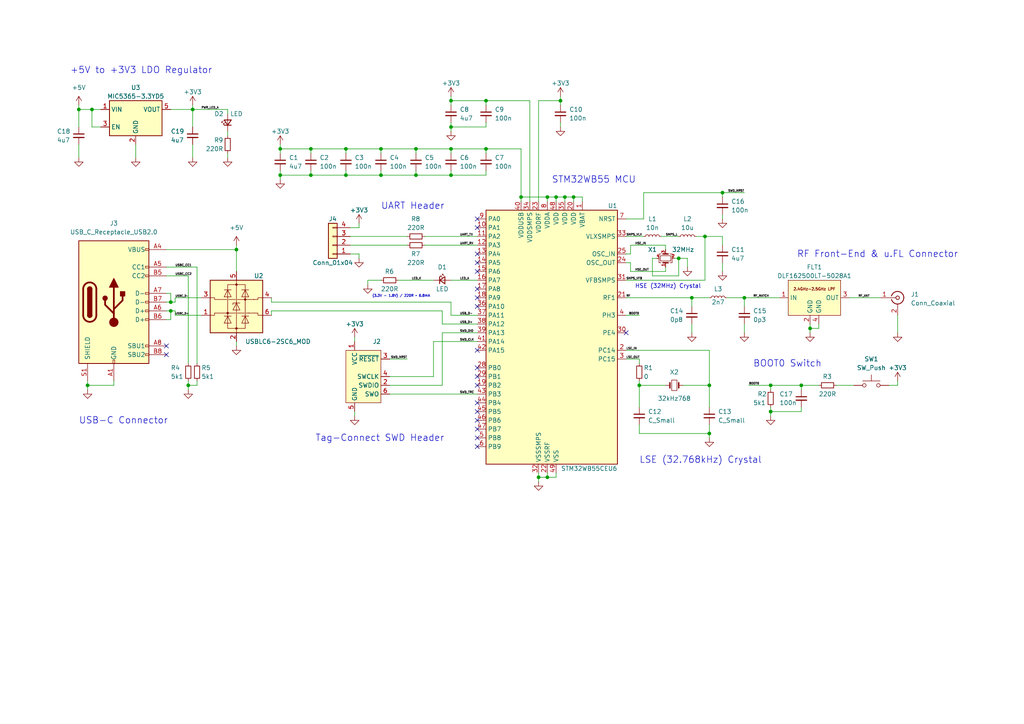
<source format=kicad_sch>
(kicad_sch (version 20230121) (generator eeschema)
  (paper "A4")
  (lib_symbols
    (symbol "Connector:Conn_ARM_SWD_TagConnect_TC2030" (in_bom no)
      (property "Reference" "J" (at 2.54 11.43 0))
      (property "Value" "Conn_ARM_SWD_TagConnect_TC2030" (at 5.08 8.89 0))
      (symbol "Conn_ARM_SWD_TagConnect_TC2030_0_0"
        (pin power_in line (at -2.54 10.16 270) (length 2.54) (name "VCC") (number "1"))
        (pin bidirectional line (at 7.62 -2.54 180) (length 2.54) (name "SWDIO") (number "2"))
        (pin open_collector line (at 7.62 5.08 180) (length 2.54) (name "~{RESET}") (number "3"))
        (pin output line (at 7.62 0 180) (length 2.54) (name "SWCLK") (number "4"))
        (pin power_in line (at -2.54 -10.16 90) (length 2.54) (name "GND") (number "5"))
        (pin input line (at 7.62 -5.08 180) (length 2.54) (name "SWO") (number "6"))
      )
      (symbol "Conn_ARM_SWD_TagConnect_TC2030_0_1"
        (rectangle (start -5.08 7.62) (end 5.08 -7.62) (fill (type background)))
      )
    )
    (symbol "Connector:Conn_Coaxial" (pin_names (offset 1.016) hide)
      (property "Reference" "J" (at 0.254 3.048 0))
      (property "Value" "Conn_Coaxial" (at 2.921 0 90))
      (symbol "Conn_Coaxial_0_1"
        (arc (start -1.778 -0.508) (mid 0.2311 -1.8066) (end 1.778 0) (stroke (width 0.254)))
        (polyline (pts (xy -2.54 0) (xy -0.508 0)))
        (polyline (pts (xy 0 -2.54) (xy 0 -1.778)))
        (circle (center 0 0) (radius 0.508) (stroke (width 0.2032)))
        (arc (start 1.778 0) (mid 0.2099 1.8101) (end -1.778 0.508) (stroke (width 0.254)))
      )
      (symbol "Conn_Coaxial_1_1"
        (pin passive line (at -5.08 0 0) (length 2.54) (name "In") (number "1"))
        (pin passive line (at 0 -5.08 90) (length 2.54) (name "Ext") (number "2"))
      )
    )
    (symbol "Connector:USB_C_Receptacle_USB2.0" (pin_names (offset 1.016))
      (property "Reference" "J" (at -10.16 19.05 0))
      (property "Value" "USB_C_Receptacle_USB2.0" (at 19.05 19.05 0))
      (symbol "USB_C_Receptacle_USB2.0_0_0"
        (rectangle (start -0.254 -17.78) (end 0.254 -16.764))
        (rectangle (start 10.16 -14.986) (end 9.144 -15.494))
        (rectangle (start 10.16 -12.446) (end 9.144 -12.954))
        (rectangle (start 10.16 -4.826) (end 9.144 -5.334))
        (rectangle (start 10.16 -2.286) (end 9.144 -2.794))
        (rectangle (start 10.16 0.254) (end 9.144 -0.254))
        (rectangle (start 10.16 2.794) (end 9.144 2.286))
        (rectangle (start 10.16 7.874) (end 9.144 7.366))
        (rectangle (start 10.16 10.414) (end 9.144 9.906))
        (rectangle (start 10.16 15.494) (end 9.144 14.986))
      )
      (symbol "USB_C_Receptacle_USB2.0_0_1"
        (rectangle (start -10.16 17.78) (end 10.16 -17.78) (stroke (width 0.254)) (fill (type background)))
        (arc (start -8.89 -3.81) (mid -6.985 -5.7067) (end -5.08 -3.81) (stroke (width 0.508)))
        (arc (start -7.62 -3.81) (mid -6.985 -4.4423) (end -6.35 -3.81) (stroke (width 0.254)))
        (arc (start -7.62 -3.81) (mid -6.985 -4.4423) (end -6.35 -3.81) (stroke (width 0.254)) (fill (type outline)))
        (rectangle (start -7.62 -3.81) (end -6.35 3.81) (stroke (width 0.254)) (fill (type outline)))
        (arc (start -6.35 3.81) (mid -6.985 4.4423) (end -7.62 3.81) (stroke (width 0.254)))
        (arc (start -6.35 3.81) (mid -6.985 4.4423) (end -7.62 3.81) (stroke (width 0.254)) (fill (type outline)))
        (arc (start -5.08 3.81) (mid -6.985 5.7067) (end -8.89 3.81) (stroke (width 0.508)))
        (circle (center -2.54 1.143) (radius 0.635) (stroke (width 0.254)) (fill (type outline)))
        (circle (center 0 -5.842) (radius 1.27) (fill (type outline)))
        (polyline (pts (xy -8.89 -3.81) (xy -8.89 3.81)) (stroke (width 0.508)))
        (polyline (pts (xy -5.08 3.81) (xy -5.08 -3.81)) (stroke (width 0.508)))
        (polyline (pts (xy 0 -5.842) (xy 0 4.318)) (stroke (width 0.508)))
        (polyline (pts (xy 0 -3.302) (xy -2.54 -0.762) (xy -2.54 0.508)) (stroke (width 0.508)))
        (polyline (pts (xy 0 -2.032) (xy 2.54 0.508) (xy 2.54 1.778)) (stroke (width 0.508)))
        (polyline (pts (xy -1.27 4.318) (xy 0 6.858) (xy 1.27 4.318) (xy -1.27 4.318)) (stroke (width 0.254)) (fill (type outline)))
        (rectangle (start 1.905 1.778) (end 3.175 3.048) (stroke (width 0.254)) (fill (type outline)))
      )
      (symbol "USB_C_Receptacle_USB2.0_1_1"
        (pin passive line (at 0 -22.86 90) (length 5.08) (name "GND") (number "A1"))
        (pin passive line (at 0 -22.86 90) (length 5.08) hide (name "GND") (number "A12"))
        (pin passive line (at 15.24 15.24 180) (length 5.08) (name "VBUS") (number "A4"))
        (pin bidirectional line (at 15.24 10.16 180) (length 5.08) (name "CC1") (number "A5"))
        (pin bidirectional line (at 15.24 -2.54 180) (length 5.08) (name "D+") (number "A6"))
        (pin bidirectional line (at 15.24 2.54 180) (length 5.08) (name "D-") (number "A7"))
        (pin bidirectional line (at 15.24 -12.7 180) (length 5.08) (name "SBU1") (number "A8"))
        (pin passive line (at 15.24 15.24 180) (length 5.08) hide (name "VBUS") (number "A9"))
        (pin passive line (at 0 -22.86 90) (length 5.08) hide (name "GND") (number "B1"))
        (pin passive line (at 0 -22.86 90) (length 5.08) hide (name "GND") (number "B12"))
        (pin passive line (at 15.24 15.24 180) (length 5.08) hide (name "VBUS") (number "B4"))
        (pin bidirectional line (at 15.24 7.62 180) (length 5.08) (name "CC2") (number "B5"))
        (pin bidirectional line (at 15.24 -5.08 180) (length 5.08) (name "D+") (number "B6"))
        (pin bidirectional line (at 15.24 0 180) (length 5.08) (name "D-") (number "B7"))
        (pin bidirectional line (at 15.24 -15.24 180) (length 5.08) (name "SBU2") (number "B8"))
        (pin passive line (at 15.24 15.24 180) (length 5.08) hide (name "VBUS") (number "B9"))
        (pin passive line (at -7.62 -22.86 90) (length 5.08) (name "SHIELD") (number "S1"))
      )
    )
    (symbol "Connector_Generic:Conn_01x04" (pin_names (offset 1.016) hide)
      (property "Reference" "J" (at 0 5.08 0))
      (property "Value" "Conn_01x04" (at 0 -7.62 0))
      (symbol "Conn_01x04_1_1"
        (rectangle (start -1.27 -4.953) (end 0 -5.207) (stroke (width 0.1524)))
        (rectangle (start -1.27 -2.413) (end 0 -2.667) (stroke (width 0.1524)))
        (rectangle (start -1.27 0.127) (end 0 -0.127) (stroke (width 0.1524)))
        (rectangle (start -1.27 2.667) (end 0 2.413) (stroke (width 0.1524)))
        (rectangle (start -1.27 3.81) (end 1.27 -6.35) (stroke (width 0.254)) (fill (type background)))
        (pin passive line (at -5.08 2.54 0) (length 3.81) (name "Pin_1") (number "1"))
        (pin passive line (at -5.08 0 0) (length 3.81) (name "Pin_2") (number "2"))
        (pin passive line (at -5.08 -2.54 0) (length 3.81) (name "Pin_3") (number "3"))
        (pin passive line (at -5.08 -5.08 0) (length 3.81) (name "Pin_4") (number "4"))
      )
    )
    (symbol "Device:C_Small" (pin_numbers hide) (pin_names (offset 0.254) hide)
      (property "Reference" "C" (at 0.254 1.778 0))
      (property "Value" "C_Small" (at 0.254 -2.032 0))
      (symbol "C_Small_0_1"
        (polyline (pts (xy -1.524 -0.508) (xy 1.524 -0.508)) (stroke (width 0.3302)))
        (polyline (pts (xy -1.524 0.508) (xy 1.524 0.508)) (stroke (width 0.3048)))
      )
      (symbol "C_Small_1_1"
        (pin passive line (at 0 2.54 270) (length 2.032) (name "~") (number "1"))
        (pin passive line (at 0 -2.54 90) (length 2.032) (name "~") (number "2"))
      )
    )
    (symbol "Device:Crystal_GND24_Small" (pin_names (offset 1.016) hide)
      (property "Reference" "Y" (at 1.27 4.445 0))
      (property "Value" "Crystal_GND24_Small" (at 1.27 2.54 0))
      (symbol "Crystal_GND24_Small_0_1"
        (rectangle (start -0.762 -1.524) (end 0.762 1.524))
        (polyline (pts (xy -1.27 -0.762) (xy -1.27 0.762)) (stroke (width 0.381)))
        (polyline (pts (xy 1.27 -0.762) (xy 1.27 0.762)) (stroke (width 0.381)))
        (polyline (pts (xy -1.27 -1.27) (xy -1.27 -1.905) (xy 1.27 -1.905) (xy 1.27 -1.27)))
        (polyline (pts (xy -1.27 1.27) (xy -1.27 1.905) (xy 1.27 1.905) (xy 1.27 1.27)))
      )
      (symbol "Crystal_GND24_Small_1_1"
        (pin passive line (at -2.54 0 0) (length 1.27) (name "1") (number "1"))
        (pin passive line (at 0 -2.54 90) (length 0.635) (name "2") (number "2"))
        (pin passive line (at 2.54 0 180) (length 1.27) (name "3") (number "3"))
        (pin passive line (at 0 2.54 270) (length 0.635) (name "4") (number "4"))
      )
    )
    (symbol "Device:Crystal_Small" (pin_numbers hide) (pin_names (offset 1.016) hide)
      (property "Reference" "Y" (at 0 2.54 0))
      (property "Value" "Crystal_Small" (at 0 -2.54 0))
      (symbol "Crystal_Small_0_1"
        (rectangle (start -0.762 -1.524) (end 0.762 1.524))
        (polyline (pts (xy -1.27 -0.762) (xy -1.27 0.762)) (stroke (width 0.381)))
        (polyline (pts (xy 1.27 -0.762) (xy 1.27 0.762)) (stroke (width 0.381)))
      )
      (symbol "Crystal_Small_1_1"
        (pin passive line (at -2.54 0 0) (length 1.27) (name "1") (number "1"))
        (pin passive line (at 2.54 0 180) (length 1.27) (name "2") (number "2"))
      )
    )
    (symbol "Device:LED_Small" (pin_numbers hide) (pin_names (offset 0.254) hide)
      (property "Reference" "D" (at -1.27 3.175 0))
      (property "Value" "LED_Small" (at -4.445 -2.54 0))
      (symbol "LED_Small_0_1"
        (polyline (pts (xy -0.762 -1.016) (xy -0.762 1.016)) (stroke (width 0.254)))
        (polyline (pts (xy 1.016 0) (xy -0.762 0)))
        (polyline (pts (xy 0.762 -1.016) (xy -0.762 0) (xy 0.762 1.016) (xy 0.762 -1.016)) (stroke (width 0.254)))
        (polyline (pts (xy 0 0.762) (xy -0.508 1.27) (xy -0.254 1.27) (xy -0.508 1.27) (xy -0.508 1.016)))
        (polyline (pts (xy 0.508 1.27) (xy 0 1.778) (xy 0.254 1.778) (xy 0 1.778) (xy 0 1.524)))
      )
      (symbol "LED_Small_1_1"
        (pin passive line (at -2.54 0 0) (length 1.778) (name "K") (number "1"))
        (pin passive line (at 2.54 0 180) (length 1.778) (name "A") (number "2"))
      )
    )
    (symbol "Device:L_Small" (pin_numbers hide) (pin_names (offset 0.254) hide)
      (property "Reference" "L" (at 0.762 1.016 0))
      (property "Value" "L_Small" (at 0.762 -1.016 0))
      (symbol "L_Small_0_1"
        (arc (start 0 -2.032) (mid 0.5058 -1.524) (end 0 -1.016))
        (arc (start 0 -1.016) (mid 0.5058 -0.508) (end 0 0))
        (arc (start 0 0) (mid 0.5058 0.508) (end 0 1.016))
        (arc (start 0 1.016) (mid 0.5058 1.524) (end 0 2.032))
      )
      (symbol "L_Small_1_1"
        (pin passive line (at 0 2.54 270) (length 0.508) (name "~") (number "1"))
        (pin passive line (at 0 -2.54 90) (length 0.508) (name "~") (number "2"))
      )
    )
    (symbol "Device:R_Small" (pin_numbers hide) (pin_names (offset 0.254) hide)
      (property "Reference" "R" (at 0.762 0.508 0))
      (property "Value" "R_Small" (at 0.762 -1.016 0))
      (symbol "R_Small_0_1"
        (rectangle (start -0.762 1.778) (end 0.762 -1.778) (stroke (width 0.2032)))
      )
      (symbol "R_Small_1_1"
        (pin passive line (at 0 2.54 270) (length 0.762) (name "~") (number "1"))
        (pin passive line (at 0 -2.54 90) (length 0.762) (name "~") (number "2"))
      )
    )
    (symbol "MCU_ST_STM32WB:STM32WB55CEUx"
      (property "Reference" "U" (at -17.78 39.37 0))
      (property "Value" "STM32WB55CEUx" (at 12.7 39.37 0))
      (symbol "STM32WB55CEUx_0_1"
        (rectangle (start -17.78 -35.56) (end 20.32 38.1) (stroke (width 0.254)) (fill (type background)))
      )
      (symbol "STM32WB55CEUx_1_1"
        (pin power_in line (at -7.62 40.64 270) (length 2.54) (name "VBAT") (number "1"))
        (pin bidirectional line (at 22.86 33.02 180) (length 2.54) (name "PA1") (number "10"))
        (pin bidirectional line (at 22.86 30.48 180) (length 2.54) (name "PA2") (number "11"))
        (pin bidirectional line (at 22.86 27.94 180) (length 2.54) (name "PA3") (number "12"))
        (pin bidirectional line (at 22.86 25.4 180) (length 2.54) (name "PA4") (number "13"))
        (pin bidirectional line (at 22.86 22.86 180) (length 2.54) (name "PA5") (number "14"))
        (pin bidirectional line (at 22.86 20.32 180) (length 2.54) (name "PA6") (number "15"))
        (pin bidirectional line (at 22.86 17.78 180) (length 2.54) (name "PA7") (number "16"))
        (pin bidirectional line (at 22.86 15.24 180) (length 2.54) (name "PA8") (number "17"))
        (pin bidirectional line (at 22.86 12.7 180) (length 2.54) (name "PA9") (number "18"))
        (pin bidirectional line (at 22.86 -12.7 180) (length 2.54) (name "PB2") (number "19"))
        (pin bidirectional line (at -20.32 -2.54 0) (length 2.54) (name "PC14") (number "2"))
        (pin power_in line (at -5.08 40.64 270) (length 2.54) (name "VDD") (number "20"))
        (pin bidirectional line (at -20.32 12.7 0) (length 2.54) (name "RF1") (number "21"))
        (pin power_in line (at 2.54 -38.1 90) (length 2.54) (name "VSSRF") (number "22"))
        (pin power_in line (at 5.08 40.64 270) (length 2.54) (name "VDDRF") (number "23"))
        (pin input line (at -20.32 22.86 0) (length 2.54) (name "OSC_OUT") (number "24"))
        (pin input line (at -20.32 25.4 0) (length 2.54) (name "OSC_IN") (number "25"))
        (pin no_connect line (at -17.78 -35.56 0) (length 2.54) hide (name "AT0") (number "26"))
        (pin no_connect line (at -17.78 -33.02 0) (length 2.54) hide (name "AT1") (number "27"))
        (pin bidirectional line (at 22.86 -7.62 180) (length 2.54) (name "PB0") (number "28"))
        (pin bidirectional line (at 22.86 -10.16 180) (length 2.54) (name "PB1") (number "29"))
        (pin bidirectional line (at -20.32 -5.08 0) (length 2.54) (name "PC15") (number "3"))
        (pin bidirectional line (at -20.32 2.54 0) (length 2.54) (name "PE4") (number "30"))
        (pin input line (at -20.32 17.78 0) (length 2.54) (name "VFBSMPS") (number "31"))
        (pin power_in line (at 5.08 -38.1 90) (length 2.54) (name "VSSSMPS") (number "32"))
        (pin power_in line (at -20.32 30.48 0) (length 2.54) (name "VLXSMPS") (number "33"))
        (pin power_in line (at 7.62 40.64 270) (length 2.54) (name "VDDSMPS") (number "34"))
        (pin power_in line (at -2.54 40.64 270) (length 2.54) (name "VDD") (number "35"))
        (pin bidirectional line (at 22.86 10.16 180) (length 2.54) (name "PA10") (number "36"))
        (pin bidirectional line (at 22.86 7.62 180) (length 2.54) (name "PA11") (number "37"))
        (pin bidirectional line (at 22.86 5.08 180) (length 2.54) (name "PA12") (number "38"))
        (pin bidirectional line (at 22.86 2.54 180) (length 2.54) (name "PA13") (number "39"))
        (pin bidirectional line (at -20.32 7.62 0) (length 2.54) (name "PH3") (number "4"))
        (pin power_in line (at 10.16 40.64 270) (length 2.54) (name "VDDUSB") (number "40"))
        (pin bidirectional line (at 22.86 0 180) (length 2.54) (name "PA14") (number "41"))
        (pin bidirectional line (at 22.86 -2.54 180) (length 2.54) (name "PA15") (number "42"))
        (pin bidirectional line (at 22.86 -15.24 180) (length 2.54) (name "PB3") (number "43"))
        (pin bidirectional line (at 22.86 -17.78 180) (length 2.54) (name "PB4") (number "44"))
        (pin bidirectional line (at 22.86 -20.32 180) (length 2.54) (name "PB5") (number "45"))
        (pin bidirectional line (at 22.86 -22.86 180) (length 2.54) (name "PB6") (number "46"))
        (pin bidirectional line (at 22.86 -25.4 180) (length 2.54) (name "PB7") (number "47"))
        (pin power_in line (at 0 40.64 270) (length 2.54) (name "VDD") (number "48"))
        (pin power_in line (at 0 -38.1 90) (length 2.54) (name "VSS") (number "49"))
        (pin bidirectional line (at 22.86 -27.94 180) (length 2.54) (name "PB8") (number "5"))
        (pin bidirectional line (at 22.86 -30.48 180) (length 2.54) (name "PB9") (number "6"))
        (pin input line (at -20.32 35.56 0) (length 2.54) (name "NRST") (number "7"))
        (pin power_in line (at 2.54 40.64 270) (length 2.54) (name "VDDA") (number "8"))
        (pin bidirectional line (at 22.86 35.56 180) (length 2.54) (name "PA0") (number "9"))
      )
    )
    (symbol "Power_Protection:USBLC6-2SC6_MOD" (pin_names hide)
      (property "Reference" "U2" (at 1.6511 12.7 0))
      (property "Value" "USBLC6-2SC6_MOD" (at 1.6511 10.16 0))
      (symbol "USBLC6-2SC6_MOD_0_1"
        (rectangle (start -7.62 7.62) (end 7.62 -7.62) (stroke (width 0.254)) (fill (type background)))
        (circle (center -2.54 -1.905) (radius 0.254) (fill (type outline)))
        (rectangle (start -2.54 6.35) (end 2.54 -6.35))
        (circle (center 0 -6.35) (radius 0.254) (fill (type outline)))
        (polyline (pts (xy -6.35 2.032) (xy -2.794 2.032)))
        (polyline (pts (xy -2.54 -1.905) (xy -0.254 -1.905)))
        (polyline (pts (xy -2.413 -1.905) (xy -6.35 -1.905)))
        (polyline (pts (xy -2.286 2.032) (xy -0.254 2.032)))
        (polyline (pts (xy -1.524 -2.794) (xy -3.556 -2.794)))
        (polyline (pts (xy -1.524 4.826) (xy -3.556 4.826)))
        (polyline (pts (xy 0 -7.62) (xy 0 -6.35)))
        (polyline (pts (xy 0 -6.35) (xy 0 1.27)))
        (polyline (pts (xy 0 1.27) (xy 0 6.35)))
        (polyline (pts (xy 0 6.35) (xy 0 7.62)))
        (polyline (pts (xy 0.254 -1.905) (xy 2.286 -1.905)))
        (polyline (pts (xy 0.254 2.032) (xy 2.54 2.032)))
        (polyline (pts (xy 1.524 -2.794) (xy 3.556 -2.794)))
        (polyline (pts (xy 1.524 4.826) (xy 3.556 4.826)))
        (polyline (pts (xy 2.667 2.032) (xy 5.08 2.032)))
        (polyline (pts (xy 2.794 -1.905) (xy 3.683 -1.905)))
        (polyline (pts (xy 3.556 -1.905) (xy 5.207 -1.905)))
        (polyline (pts (xy -7.62 2.54) (xy -6.35 2.54) (xy -6.35 2.159)))
        (polyline (pts (xy -6.35 -1.905) (xy -6.35 -2.54) (xy -7.747 -2.54)))
        (polyline (pts (xy -3.556 -4.826) (xy -1.524 -4.826) (xy -2.54 -2.794) (xy -3.556 -4.826)))
        (polyline (pts (xy -3.556 2.794) (xy -1.524 2.794) (xy -2.54 4.826) (xy -3.556 2.794)))
        (polyline (pts (xy -1.016 -1.016) (xy 1.016 -1.016) (xy 0 1.016) (xy -1.016 -1.016)))
        (polyline (pts (xy 1.016 1.016) (xy 0.762 1.016) (xy -1.016 1.016) (xy -1.016 0.508)))
        (polyline (pts (xy 3.556 -4.826) (xy 1.524 -4.826) (xy 2.54 -2.794) (xy 3.556 -4.826)))
        (polyline (pts (xy 3.556 2.794) (xy 1.524 2.794) (xy 2.54 4.826) (xy 3.556 2.794)))
        (polyline (pts (xy 7.62 -2.54) (xy 6.223 -2.54) (xy 6.223 -1.905) (xy 5.207 -1.905)))
        (polyline (pts (xy 7.62 2.54) (xy 6.223 2.54) (xy 6.223 2.032) (xy 4.953 2.032)))
        (circle (center 0 6.35) (radius 0.254) (fill (type outline)))
        (circle (center 2.54 2.032) (radius 0.254) (fill (type outline)))
      )
      (symbol "USBLC6-2SC6_MOD_1_1"
        (pin passive line (at -10.16 -2.54 0) (length 2.54) (name "I/O1") (number "1"))
        (pin passive line (at 0 -10.16 90) (length 2.54) (name "GND") (number "2"))
        (pin passive line (at -10.16 2.54 0) (length 2.54) (name "I/O1") (number "3"))
        (pin passive line (at 10.16 2.54 180) (length 2.54) (name "I/O2") (number "4"))
        (pin passive line (at 0 10.16 270) (length 2.54) (name "VBUS") (number "5"))
        (pin passive line (at 10.16 -2.54 180) (length 2.54) (name "I/O2") (number "6"))
      )
    )
    (symbol "Regulator_Linear:MIC5365-3.3YD5"
      (property "Reference" "U" (at -7.62 6.35 0))
      (property "Value" "MIC5365-3.3YD5" (at 0 6.35 0))
      (symbol "MIC5365-3.3YD5_0_1"
        (rectangle (start -7.62 -5.08) (end 7.62 5.08) (stroke (width 0.254)) (fill (type background)))
      )
      (symbol "MIC5365-3.3YD5_1_1"
        (pin power_in line (at -10.16 2.54 0) (length 2.54) (name "VIN") (number "1"))
        (pin power_in line (at 0 -7.62 90) (length 2.54) (name "GND") (number "2"))
        (pin input line (at -10.16 -2.54 0) (length 2.54) (name "EN") (number "3"))
        (pin no_connect line (at 7.62 -2.54 180) (length 2.54) hide (name "NC") (number "4"))
        (pin power_out line (at 10.16 2.54 180) (length 2.54) (name "VOUT") (number "5"))
      )
    )
    (symbol "Switch:SW_Push" (pin_numbers hide) (pin_names (offset 1.016) hide)
      (property "Reference" "SW" (at 1.27 2.54 0))
      (property "Value" "SW_Push" (at 0 -1.524 0))
      (symbol "SW_Push_0_1"
        (circle (center -2.032 0) (radius 0.508))
        (polyline (pts (xy 0 1.27) (xy 0 3.048)))
        (polyline (pts (xy 2.54 1.27) (xy -2.54 1.27)))
        (circle (center 2.032 0) (radius 0.508))
        (pin passive line (at -5.08 0 0) (length 2.54) (name "1") (number "1"))
        (pin passive line (at 5.08 0 180) (length 2.54) (name "2") (number "2"))
      )
    )
    (symbol "flying-byte-v1-schematic-symbols:DLF162500LT-5028A1"
      (property "Reference" "FLT" (at 0 6.35 0))
      (property "Value" "DLF162500LT-5028A1" (at 0 1.27 0))
      (symbol "DLF162500LT-5028A1_0_0"
        (pin passive line (at -10.16 0 0) (length 2.54) (name "IN") (number "1"))
        (pin passive line (at -1.27 -7.62 90) (length 2.54) (name "GND") (number "2"))
        (pin passive line (at 10.16 0 180) (length 2.54) (name "OUT") (number "3"))
        (pin passive line (at 1.27 -7.62 90) (length 2.54) (name "GND") (number "4"))
      )
      (symbol "DLF162500LT-5028A1_1_1"
        (rectangle (start -7.62 5.08) (end 7.62 -5.08) (fill (type background)))
        (text "2.4GHz-2.5GHz LPF" (at 0 2.54 0) (effects (font (size 0.8 0.8) bold)))
      )
    )
    (symbol "power:+3V3" (power) (pin_names (offset 0))
      (property "Value" "+3V3" (at 0 3.556 0))
      (symbol "+3V3_0_1"
        (polyline (pts (xy -0.762 1.27) (xy 0 2.54)))
        (polyline (pts (xy 0 0) (xy 0 2.54)))
        (polyline (pts (xy 0 2.54) (xy 0.762 1.27)))
      )
      (symbol "+3V3_1_1"
        (pin power_in line (at 0 0 90) (length 0) hide (name "+3V3") (number "1"))
      )
    )
    (symbol "power:+5V" (power) (pin_names (offset 0))
      (property "Value" "+5V" (at 0 3.556 0))
      (symbol "+5V_0_1"
        (polyline (pts (xy -0.762 1.27) (xy 0 2.54)))
        (polyline (pts (xy 0 0) (xy 0 2.54)))
        (polyline (pts (xy 0 2.54) (xy 0.762 1.27)))
      )
      (symbol "+5V_1_1"
        (pin power_in line (at 0 0 90) (length 0) hide (name "+5V") (number "1"))
      )
    )
    (symbol "power:GND" (power) (pin_names (offset 0))
      (property "Value" "GND" (at 0 -3.81 0))
      (symbol "GND_0_1"
        (polyline (pts (xy 0 0) (xy 0 -1.27) (xy 1.27 -1.27) (xy 0 -2.54) (xy -1.27 -1.27) (xy 0 -1.27)))
      )
      (symbol "GND_1_1"
        (pin power_in line (at 0 0 270) (length 0) hide (name "GND") (number "1"))
      )
    )
  )
  (junction (at 196.85 74.93))
  (junction (at 161.29 57.15))
  (junction (at 156.21 138.43))
  (junction (at 110.49 43.18))
  (junction (at 205.74 125.73))
  (junction (at 140.97 43.18))
  (junction (at 166.37 57.15))
  (junction (at 223.52 119.38))
  (junction (at 232.41 111.76))
  (junction (at 120.65 43.18))
  (junction (at 185.42 111.76))
  (junction (at 100.33 50.8))
  (junction (at 120.65 50.8))
  (junction (at 90.17 50.8))
  (junction (at 163.83 57.15))
  (junction (at 55.88 31.75))
  (junction (at 151.13 57.15))
  (junction (at 205.74 111.76))
  (junction (at 49.53 90.17))
  (junction (at 81.28 43.18))
  (junction (at 54.61 111.76))
  (junction (at 140.97 29.21))
  (junction (at 158.75 57.15))
  (junction (at 68.58 72.39))
  (junction (at 22.86 31.75))
  (junction (at 215.9 86.36))
  (junction (at 49.53 87.63))
  (junction (at 90.17 43.18))
  (junction (at 204.47 68.58))
  (junction (at 110.49 50.8))
  (junction (at 200.66 86.36))
  (junction (at 81.28 50.8))
  (junction (at 130.81 50.8))
  (junction (at 209.55 55.88))
  (junction (at 130.81 36.83))
  (junction (at 130.81 43.18))
  (junction (at 223.52 111.76))
  (junction (at 130.81 29.21))
  (junction (at 234.95 95.25))
  (junction (at 100.33 43.18))
  (junction (at 25.4 111.76))
  (junction (at 158.75 138.43))
  (junction (at 162.56 29.21))
  (junction (at 26.67 31.75))
  (no_connect (at 138.43 121.92))
  (no_connect (at 138.43 78.74))
  (no_connect (at 138.43 73.66))
  (no_connect (at 138.43 76.2))
  (no_connect (at 138.43 124.46))
  (no_connect (at 138.43 111.76))
  (no_connect (at 138.43 127))
  (no_connect (at 48.26 100.33))
  (no_connect (at 138.43 116.84))
  (no_connect (at 138.43 129.54))
  (no_connect (at 138.43 66.04))
  (no_connect (at 138.43 109.22))
  (no_connect (at 138.43 86.36))
  (no_connect (at 138.43 119.38))
  (no_connect (at 138.43 83.82))
  (no_connect (at 138.43 101.6))
  (no_connect (at 138.43 88.9))
  (no_connect (at 48.26 102.87))
  (no_connect (at 181.61 96.52))
  (no_connect (at 138.43 106.68))
  (no_connect (at 138.43 63.5))
  (wire (pts (xy 49.53 90.17) (xy 50.8 90.17)))
  (wire (pts (xy 49.53 85.09) (xy 49.53 87.63)))
  (wire (pts (xy 25.4 111.76) (xy 25.4 113.03)))
  (wire (pts (xy 57.15 77.47) (xy 57.15 105.41)))
  (wire (pts (xy 33.02 110.49) (xy 33.02 111.76)))
  (wire (pts (xy 110.49 81.28) (xy 106.68 81.28)))
  (wire (pts (xy 123.19 68.58) (xy 138.43 68.58)))
  (wire (pts (xy 215.9 88.9) (xy 215.9 86.36)))
  (wire (pts (xy 130.81 36.83) (xy 140.97 36.83)))
  (wire (pts (xy 113.03 114.3) (xy 138.43 114.3)))
  (wire (pts (xy 186.69 55.88) (xy 209.55 55.88)))
  (wire (pts (xy 68.58 71.12) (xy 68.58 72.39)))
  (wire (pts (xy 162.56 35.56) (xy 162.56 36.83)))
  (wire (pts (xy 50.8 90.17) (xy 50.8 91.44)))
  (wire (pts (xy 130.81 87.63) (xy 130.81 91.44)))
  (wire (pts (xy 181.61 76.2) (xy 182.88 76.2)))
  (wire (pts (xy 168.91 57.15) (xy 166.37 57.15)))
  (wire (pts (xy 54.61 111.76) (xy 57.15 111.76)))
  (wire (pts (xy 232.41 113.03) (xy 232.41 111.76)))
  (wire (pts (xy 48.26 72.39) (xy 68.58 72.39)))
  (wire (pts (xy 185.42 110.49) (xy 185.42 111.76)))
  (wire (pts (xy 110.49 43.18) (xy 100.33 43.18)))
  (wire (pts (xy 104.14 73.66) (xy 104.14 74.93)))
  (wire (pts (xy 156.21 58.42) (xy 156.21 29.21)))
  (wire (pts (xy 130.81 29.21) (xy 140.97 29.21)))
  (wire (pts (xy 234.95 96.52) (xy 234.95 95.25)))
  (wire (pts (xy 54.61 80.01) (xy 54.61 105.41)))
  (wire (pts (xy 140.97 49.53) (xy 140.97 50.8)))
  (wire (pts (xy 49.53 31.75) (xy 55.88 31.75)))
  (wire (pts (xy 156.21 29.21) (xy 162.56 29.21)))
  (wire (pts (xy 140.97 44.45) (xy 140.97 43.18)))
  (wire (pts (xy 204.47 68.58) (xy 204.47 81.28)))
  (wire (pts (xy 237.49 93.98) (xy 237.49 95.25)))
  (wire (pts (xy 25.4 110.49) (xy 25.4 111.76)))
  (wire (pts (xy 198.12 111.76) (xy 205.74 111.76)))
  (wire (pts (xy 185.42 104.14) (xy 185.42 105.41)))
  (wire (pts (xy 78.74 87.63) (xy 130.81 87.63)))
  (wire (pts (xy 209.55 55.88) (xy 209.55 57.15)))
  (wire (pts (xy 48.26 87.63) (xy 49.53 87.63)))
  (wire (pts (xy 22.86 30.48) (xy 22.86 31.75)))
  (wire (pts (xy 57.15 110.49) (xy 57.15 111.76)))
  (wire (pts (xy 161.29 58.42) (xy 161.29 57.15)))
  (wire (pts (xy 26.67 31.75) (xy 29.21 31.75)))
  (wire (pts (xy 55.88 31.75) (xy 66.04 31.75)))
  (wire (pts (xy 140.97 43.18) (xy 151.13 43.18)))
  (wire (pts (xy 55.88 31.75) (xy 55.88 36.83)))
  (wire (pts (xy 182.88 71.12) (xy 182.88 73.66)))
  (wire (pts (xy 181.61 81.28) (xy 204.47 81.28)))
  (wire (pts (xy 55.88 30.48) (xy 55.88 31.75)))
  (wire (pts (xy 209.55 55.88) (xy 215.9 55.88)))
  (wire (pts (xy 232.41 111.76) (xy 237.49 111.76)))
  (wire (pts (xy 156.21 138.43) (xy 156.21 139.7)))
  (wire (pts (xy 189.23 80.01) (xy 196.85 80.01)))
  (wire (pts (xy 120.65 43.18) (xy 120.65 44.45)))
  (wire (pts (xy 215.9 93.98) (xy 215.9 96.52)))
  (wire (pts (xy 161.29 57.15) (xy 163.83 57.15)))
  (wire (pts (xy 205.74 123.19) (xy 205.74 125.73)))
  (wire (pts (xy 120.65 50.8) (xy 110.49 50.8)))
  (wire (pts (xy 66.04 44.45) (xy 66.04 45.72)))
  (wire (pts (xy 48.26 92.71) (xy 49.53 92.71)))
  (wire (pts (xy 78.74 87.63) (xy 78.74 86.36)))
  (wire (pts (xy 55.88 45.72) (xy 55.88 41.91)))
  (wire (pts (xy 223.52 111.76) (xy 223.52 113.03)))
  (wire (pts (xy 128.27 90.17) (xy 128.27 93.98)))
  (wire (pts (xy 191.77 68.58) (xy 196.85 68.58)))
  (wire (pts (xy 260.35 110.49) (xy 260.35 111.76)))
  (wire (pts (xy 101.6 68.58) (xy 118.11 68.58)))
  (wire (pts (xy 199.39 74.93) (xy 199.39 77.47)))
  (wire (pts (xy 120.65 43.18) (xy 110.49 43.18)))
  (wire (pts (xy 200.66 93.98) (xy 200.66 96.52)))
  (wire (pts (xy 90.17 43.18) (xy 90.17 44.45)))
  (wire (pts (xy 181.61 91.44) (xy 185.42 91.44)))
  (wire (pts (xy 193.04 78.74) (xy 193.04 77.47)))
  (wire (pts (xy 66.04 38.1) (xy 66.04 39.37)))
  (wire (pts (xy 234.95 93.98) (xy 234.95 95.25)))
  (wire (pts (xy 102.87 119.38) (xy 102.87 120.65)))
  (wire (pts (xy 113.03 104.14) (xy 118.11 104.14)))
  (wire (pts (xy 195.58 74.93) (xy 196.85 74.93)))
  (wire (pts (xy 125.73 99.06) (xy 138.43 99.06)))
  (wire (pts (xy 100.33 43.18) (xy 100.33 44.45)))
  (wire (pts (xy 54.61 110.49) (xy 54.61 111.76)))
  (wire (pts (xy 158.75 138.43) (xy 161.29 138.43)))
  (wire (pts (xy 48.26 85.09) (xy 49.53 85.09)))
  (wire (pts (xy 185.42 123.19) (xy 185.42 125.73)))
  (wire (pts (xy 162.56 27.94) (xy 162.56 29.21)))
  (wire (pts (xy 110.49 43.18) (xy 110.49 44.45)))
  (wire (pts (xy 81.28 49.53) (xy 81.28 50.8)))
  (wire (pts (xy 200.66 86.36) (xy 205.74 86.36)))
  (wire (pts (xy 140.97 29.21) (xy 153.67 29.21)))
  (wire (pts (xy 158.75 57.15) (xy 161.29 57.15)))
  (wire (pts (xy 182.88 78.74) (xy 182.88 76.2)))
  (wire (pts (xy 66.04 31.75) (xy 66.04 33.02)))
  (wire (pts (xy 58.42 86.36) (xy 50.8 86.36)))
  (wire (pts (xy 120.65 49.53) (xy 120.65 50.8)))
  (wire (pts (xy 78.74 90.17) (xy 128.27 90.17)))
  (wire (pts (xy 196.85 74.93) (xy 199.39 74.93)))
  (wire (pts (xy 130.81 43.18) (xy 130.81 44.45)))
  (wire (pts (xy 68.58 72.39) (xy 68.58 78.74)))
  (wire (pts (xy 101.6 71.12) (xy 118.11 71.12)))
  (wire (pts (xy 185.42 104.14) (xy 181.61 104.14)))
  (wire (pts (xy 181.61 101.6) (xy 205.74 101.6)))
  (wire (pts (xy 54.61 111.76) (xy 54.61 113.03)))
  (wire (pts (xy 181.61 68.58) (xy 186.69 68.58)))
  (wire (pts (xy 215.9 86.36) (xy 226.06 86.36)))
  (wire (pts (xy 151.13 57.15) (xy 158.75 57.15)))
  (wire (pts (xy 153.67 29.21) (xy 153.67 58.42)))
  (wire (pts (xy 156.21 137.16) (xy 156.21 138.43)))
  (wire (pts (xy 128.27 96.52) (xy 128.27 111.76)))
  (wire (pts (xy 29.21 36.83) (xy 26.67 36.83)))
  (wire (pts (xy 257.81 111.76) (xy 260.35 111.76)))
  (wire (pts (xy 33.02 111.76) (xy 25.4 111.76)))
  (wire (pts (xy 90.17 50.8) (xy 81.28 50.8)))
  (wire (pts (xy 130.81 91.44) (xy 138.43 91.44)))
  (wire (pts (xy 125.73 99.06) (xy 125.73 109.22)))
  (wire (pts (xy 246.38 86.36) (xy 255.27 86.36)))
  (wire (pts (xy 49.53 87.63) (xy 50.8 87.63)))
  (wire (pts (xy 140.97 29.21) (xy 140.97 30.48)))
  (wire (pts (xy 223.52 119.38) (xy 232.41 119.38)))
  (wire (pts (xy 217.17 111.76) (xy 223.52 111.76)))
  (wire (pts (xy 22.86 36.83) (xy 22.86 31.75)))
  (wire (pts (xy 110.49 49.53) (xy 110.49 50.8)))
  (wire (pts (xy 130.81 27.94) (xy 130.81 29.21)))
  (wire (pts (xy 101.6 66.04) (xy 104.14 66.04)))
  (wire (pts (xy 100.33 50.8) (xy 90.17 50.8)))
  (wire (pts (xy 223.52 111.76) (xy 232.41 111.76)))
  (wire (pts (xy 209.55 71.12) (xy 209.55 68.58)))
  (wire (pts (xy 163.83 57.15) (xy 166.37 57.15)))
  (wire (pts (xy 115.57 81.28) (xy 125.73 81.28)))
  (wire (pts (xy 162.56 29.21) (xy 162.56 30.48)))
  (wire (pts (xy 48.26 80.01) (xy 54.61 80.01)))
  (wire (pts (xy 209.55 62.23) (xy 209.55 63.5)))
  (wire (pts (xy 26.67 36.83) (xy 26.67 31.75)))
  (wire (pts (xy 81.28 41.91) (xy 81.28 43.18)))
  (wire (pts (xy 193.04 71.12) (xy 193.04 72.39)))
  (wire (pts (xy 193.04 78.74) (xy 182.88 78.74)))
  (wire (pts (xy 181.61 63.5) (xy 186.69 63.5)))
  (wire (pts (xy 104.14 64.77) (xy 104.14 66.04)))
  (wire (pts (xy 110.49 50.8) (xy 100.33 50.8)))
  (wire (pts (xy 81.28 50.8) (xy 81.28 52.07)))
  (wire (pts (xy 22.86 41.91) (xy 22.86 45.72)))
  (wire (pts (xy 223.52 118.11) (xy 223.52 119.38)))
  (wire (pts (xy 158.75 137.16) (xy 158.75 138.43)))
  (wire (pts (xy 68.58 99.06) (xy 68.58 100.33)))
  (wire (pts (xy 123.19 71.12) (xy 138.43 71.12)))
  (wire (pts (xy 185.42 111.76) (xy 193.04 111.76)))
  (wire (pts (xy 50.8 91.44) (xy 58.42 91.44)))
  (wire (pts (xy 196.85 80.01) (xy 196.85 74.93)))
  (wire (pts (xy 223.52 119.38) (xy 223.52 120.65)))
  (wire (pts (xy 130.81 49.53) (xy 130.81 50.8)))
  (wire (pts (xy 190.5 74.93) (xy 189.23 74.93)))
  (wire (pts (xy 234.95 95.25) (xy 237.49 95.25)))
  (wire (pts (xy 102.87 97.79) (xy 102.87 99.06)))
  (wire (pts (xy 186.69 63.5) (xy 186.69 55.88)))
  (wire (pts (xy 189.23 74.93) (xy 189.23 80.01)))
  (wire (pts (xy 106.68 81.28) (xy 106.68 82.55)))
  (wire (pts (xy 156.21 138.43) (xy 158.75 138.43)))
  (wire (pts (xy 100.33 49.53) (xy 100.33 50.8)))
  (wire (pts (xy 151.13 43.18) (xy 151.13 57.15)))
  (wire (pts (xy 49.53 90.17) (xy 49.53 92.71)))
  (wire (pts (xy 151.13 58.42) (xy 151.13 57.15)))
  (wire (pts (xy 22.86 31.75) (xy 26.67 31.75)))
  (wire (pts (xy 39.37 41.91) (xy 39.37 45.72)))
  (wire (pts (xy 205.74 111.76) (xy 205.74 118.11)))
  (wire (pts (xy 200.66 86.36) (xy 200.66 88.9)))
  (wire (pts (xy 140.97 43.18) (xy 130.81 43.18)))
  (wire (pts (xy 100.33 43.18) (xy 90.17 43.18)))
  (wire (pts (xy 48.26 77.47) (xy 57.15 77.47)))
  (wire (pts (xy 158.75 57.15) (xy 158.75 58.42)))
  (wire (pts (xy 48.26 90.17) (xy 49.53 90.17)))
  (wire (pts (xy 81.28 43.18) (xy 81.28 44.45)))
  (wire (pts (xy 50.8 86.36) (xy 50.8 87.63)))
  (wire (pts (xy 210.82 86.36) (xy 215.9 86.36)))
  (wire (pts (xy 128.27 111.76) (xy 113.03 111.76)))
  (wire (pts (xy 128.27 93.98) (xy 138.43 93.98)))
  (wire (pts (xy 181.61 86.36) (xy 200.66 86.36)))
  (wire (pts (xy 163.83 58.42) (xy 163.83 57.15)))
  (wire (pts (xy 242.57 111.76) (xy 247.65 111.76)))
  (wire (pts (xy 140.97 35.56) (xy 140.97 36.83)))
  (wire (pts (xy 201.93 68.58) (xy 204.47 68.58)))
  (wire (pts (xy 185.42 125.73) (xy 205.74 125.73)))
  (wire (pts (xy 130.81 36.83) (xy 130.81 38.1)))
  (wire (pts (xy 130.81 35.56) (xy 130.81 36.83)))
  (wire (pts (xy 205.74 101.6) (xy 205.74 111.76)))
  (wire (pts (xy 182.88 73.66) (xy 181.61 73.66)))
  (wire (pts (xy 168.91 58.42) (xy 168.91 57.15)))
  (wire (pts (xy 101.6 73.66) (xy 104.14 73.66)))
  (wire (pts (xy 185.42 118.11) (xy 185.42 111.76)))
  (wire (pts (xy 130.81 50.8) (xy 120.65 50.8)))
  (wire (pts (xy 205.74 125.73) (xy 205.74 127)))
  (wire (pts (xy 90.17 43.18) (xy 81.28 43.18)))
  (wire (pts (xy 161.29 137.16) (xy 161.29 138.43)))
  (wire (pts (xy 140.97 50.8) (xy 130.81 50.8)))
  (wire (pts (xy 260.35 91.44) (xy 260.35 96.52)))
  (wire (pts (xy 209.55 76.2) (xy 209.55 78.74)))
  (wire (pts (xy 130.81 43.18) (xy 120.65 43.18)))
  (wire (pts (xy 78.74 90.17) (xy 78.74 91.44)))
  (wire (pts (xy 193.04 71.12) (xy 182.88 71.12)))
  (wire (pts (xy 232.41 118.11) (xy 232.41 119.38)))
  (wire (pts (xy 90.17 49.53) (xy 90.17 50.8)))
  (wire (pts (xy 130.81 81.28) (xy 138.43 81.28)))
  (wire (pts (xy 166.37 57.15) (xy 166.37 58.42)))
  (wire (pts (xy 113.03 109.22) (xy 125.73 109.22)))
  (wire (pts (xy 204.47 68.58) (xy 209.55 68.58)))
  (wire (pts (xy 130.81 30.48) (xy 130.81 29.21)))
  (wire (pts (xy 128.27 96.52) (xy 138.43 96.52)))
  (text "RF Front-End & u.FL Connector" (at 231.14 74.93 0) (effects (font (size 1.9 1.9)) (justify left bottom)))
  (text "Tag-Connect SWD Header" (at 91.44 128.27 0) (effects (font (size 1.9 1.9)) (justify left bottom)))
  (text "BOOT0 Switch" (at 218.44 106.68 0) (effects (font (size 1.9 1.9)) (justify left bottom)))
  (text "STM32WB55 MCU" (at 160.02 53.34 0) (effects (font (size 1.9 1.9)) (justify left bottom)))
  (text "USB-C Connector" (at 22.86 123.19 0) (effects (font (size 1.9 1.9)) (justify left bottom)))
  (text "(3.3V - 1.8V) / 220R ~ 6.8mA" (at 107.95 86.36 0) (effects (font (size 0.7 0.7) (thickness 0.14) bold) (justify left bottom)))
  (text "+5V to +3V3 LDO Regulator" (at 20.32 21.59 0) (effects (font (size 1.9 1.9)) (justify left bottom)))
  (text "UART Header" (at 110.49 60.96 0) (effects (font (size 1.9 1.9)) (justify left bottom)))
  (text "HSE (32MHz) Crystal" (at 184.15 83.82 0) (effects (font (size 1.2 1.2)) (justify left bottom)))
  (text "LSE (32.768kHz) Crystal" (at 185.42 134.62 0) (effects (font (size 1.9 1.9)) (justify left bottom)))
  (label "USBC_D-" (at 50.8 86.36 0) (effects (font (size 0.55 0.55) (thickness 0.21) bold)))
  (label "BOOT0" (at 217.17 111.76 0) (effects (font (size 0.6 0.6) (thickness 0.21) bold)))
  (label "UART_TX" (at 133.35 68.58 0) (effects (font (size 0.6 0.6) (thickness 0.21) bold)))
  (label "USB_D-" (at 133.35 91.44 0) (effects (font (size 0.6 0.6) (thickness 0.21) bold)))
  (label "USBC_CC2" (at 50.8 80.01 0) (effects (font (size 0.6 0.6) (thickness 0.21) bold)))
  (label "LED_K" (at 119.38 81.28 0) (effects (font (size 0.6 0.6) (thickness 0.21) bold)))
  (label "SWD_DIO" (at 133.35 96.52 0) (effects (font (size 0.6 0.6) (thickness 0.21) bold)))
  (label "SWD_TRC" (at 133.35 114.3 0) (effects (font (size 0.6 0.6) (thickness 0.21) bold)))
  (label "RF_MATCH" (at 218.44 86.36 0) (effects (font (size 0.6 0.6) (thickness 0.21) bold)))
  (label "SMPS_L" (at 193.04 68.58 0) (effects (font (size 0.6 0.6) (thickness 0.21) bold)))
  (label "RF" (at 181.61 86.36 0) (effects (font (size 0.6 0.6) (thickness 0.21) bold)))
  (label "USBC_D+" (at 50.8 91.44 0) (effects (font (size 0.55 0.55) (thickness 0.21) bold)))
  (label "LSE_IN" (at 181.61 101.6 0) (effects (font (size 0.6 0.6) (thickness 0.21) bold)))
  (label "BOOT0" (at 185.42 91.44 180) (effects (font (size 0.6 0.6) (thickness 0.21) bold)))
  (label "SMPS_VLX" (at 181.61 68.58 0) (effects (font (size 0.6 0.6) (thickness 0.21) bold)))
  (label "UART_RX" (at 133.35 71.12 0) (effects (font (size 0.6 0.6) (thickness 0.21) bold)))
  (label "PWR_LED_A" (at 63.5 31.75 180) (effects (font (size 0.6 0.6) (thickness 0.21) bold)))
  (label "USBC_CC1" (at 50.8 77.47 0) (effects (font (size 0.6 0.6) (thickness 0.21) bold)))
  (label "HSE_IN" (at 184.15 71.12 0) (effects (font (size 0.6 0.6) (thickness 0.21) bold)))
  (label "SWD_CLK" (at 133.35 99.06 0) (effects (font (size 0.6 0.6) (thickness 0.21) bold)))
  (label "HSE_OUT" (at 184.15 78.74 0) (effects (font (size 0.6 0.6) (thickness 0.21) bold)))
  (label "LSE_OUT" (at 181.61 104.14 0) (effects (font (size 0.6 0.6) (thickness 0.21) bold)))
  (label "USB_D+" (at 133.35 93.98 0) (effects (font (size 0.6 0.6) (thickness 0.21) bold)))
  (label "LED_A" (at 133.35 81.28 0) (effects (font (size 0.6 0.6) (thickness 0.21) bold)))
  (label "SMPS_VFB" (at 181.61 81.28 0) (effects (font (size 0.6 0.6) (thickness 0.21) bold)))
  (label "RF_ANT" (at 248.92 86.36 0) (effects (font (size 0.6 0.6) (thickness 0.21) bold)))
  (label "SWD_NRST" (at 118.11 104.14 180) (effects (font (size 0.6 0.6) (thickness 0.21) bold)))
  (label "SWD_NRST" (at 215.9 55.88 180) (effects (font (size 0.6 0.6) (thickness 0.21) bold)))
  (symbol (lib_id "Device:R_Small") (at 54.61 107.95 0) (unit 1)
    (property "Reference" "R4" (at 49.53 106.68 0) (effects (justify left)))
    (property "Value" "5k1" (at 49.53 109.22 0) (effects (justify left)))
  )
  (symbol (lib_id "Device:L_Small") (at 199.39 68.58 90) (unit 1)
    (property "Reference" "L2" (at 199.39 63.5 90))
    (property "Value" "10u" (at 199.39 66.04 90))
  )
  (symbol (lib_id "Device:C_Small") (at 100.33 46.99 0) (unit 1)
    (property "Reference" "C3" (at 102.87 45.7263 0) (effects (justify left)))
    (property "Value" "100n" (at 102.87 48.2663 0) (effects (justify left)))
  )
  (symbol (lib_id "Device:R_Small") (at 66.04 41.91 180) (unit 1)
    (property "Reference" "R9" (at 64.77 40.64 0) (effects (justify left)))
    (property "Value" "220R" (at 64.77 43.18 0) (effects (justify left)))
  )
  (symbol (lib_id "Device:C_Small") (at 81.28 46.99 0) (unit 1)
    (property "Reference" "C1" (at 83.82 45.7263 0) (effects (justify left)))
    (property "Value" "4u7" (at 83.82 48.2663 0) (effects (justify left)))
  )
  (symbol (lib_id "Device:C_Small") (at 140.97 33.02 0) (unit 1)
    (property "Reference" "C9" (at 143.51 31.7563 0) (effects (justify left)))
    (property "Value" "100n" (at 143.51 34.2963 0) (effects (justify left)))
  )
  (symbol (lib_id "Connector:USB_C_Receptacle_USB2.0") (at 33.02 87.63 0) (unit 1)
    (property "Reference" "J3" (at 33.02 64.77 0))
    (property "Value" "USB_C_Receptacle_USB2.0" (at 33.02 67.31 0))
    (property "Datasheet" "https://www.usb.org/sites/default/files/documents/usb_type-c.zip" (effects hide))
  )
  (symbol (lib_id "Device:Crystal_Small") (at 195.58 111.76 0) (unit 1)
    (property "Reference" "X2" (at 195.58 107.95 0))
    (property "Value" "32kHz768" (at 195.58 115.57 0))
  )
  (symbol (lib_id "Device:C_Small") (at 232.41 115.57 0) (unit 1)
    (property "Reference" "C17" (at 226.06 114.3 0) (effects (justify left)))
    (property "Value" "100n" (at 226.06 116.84 0) (effects (justify left)))
  )
  (symbol (lib_id "Device:C_Small") (at 130.81 33.02 0) (unit 1)
    (property "Reference" "C8" (at 133.35 31.7563 0) (effects (justify left)))
    (property "Value" "4u7" (at 133.35 34.2963 0) (effects (justify left)))
  )
  (symbol (lib_id "Device:R_Small") (at 223.52 115.57 0) (unit 1)
    (property "Reference" "R2" (at 219.71 114.3 0) (effects (justify left)))
    (property "Value" "5k1" (at 218.44 116.84 0) (effects (justify left)))
  )
  (symbol (lib_id "Device:C_Small") (at 209.55 73.66 0) (unit 1)
    (property "Reference" "C11" (at 212.09 72.3963 0) (effects (justify left)))
    (property "Value" "4u7" (at 212.09 74.9363 0) (effects (justify left)))
  )
  (symbol (lib_id "Device:R_Small") (at 240.03 111.76 90) (unit 1)
    (property "Reference" "R3" (at 241.3 109.22 90) (effects (justify left)))
    (property "Value" "220R" (at 242.57 114.3 90) (effects (justify left)))
  )
  (symbol (lib_id "power:GND") (at 223.52 120.65 0) (unit 1)
    (property "Reference" "#PWR018" (effects hide))
    (property "Value" "GND" (effects hide))
  )
  (symbol (lib_id "power:GND") (at 39.37 45.72 0) (unit 1)
    (property "Reference" "#PWR025" (effects hide))
    (property "Value" "GND" (effects hide))
  )
  (symbol (lib_id "Device:R_Small") (at 120.65 68.58 90) (unit 1)
    (property "Reference" "R8" (at 121.92 63.5 90) (effects (justify left)))
    (property "Value" "220R" (at 123.19 66.04 90) (effects (justify left)))
  )
  (symbol (lib_id "power:GND") (at 55.88 45.72 0) (unit 1)
    (property "Reference" "#PWR027" (effects hide))
    (property "Value" "GND" (effects hide))
  )
  (symbol (lib_id "Device:R_Small") (at 120.65 71.12 90) (unit 1)
    (property "Reference" "R7" (at 121.92 73.66 90) (effects (justify left)))
    (property "Value" "220R" (at 123.19 76.2 90) (effects (justify left)))
  )
  (symbol (lib_id "Connector_Generic:Conn_01x04") (at 96.52 71.12 180) (unit 1)
    (property "Reference" "J4" (at 96.52 63.5 0))
    (property "Value" "Conn_01x04" (at 96.52 76.2 0))
  )
  (symbol (lib_id "power:GND") (at 106.68 82.55 0) (unit 1)
    (property "Reference" "#PWR028" (effects hide))
    (property "Value" "GND" (effects hide))
  )
  (symbol (lib_id "power:+5V") (at 68.58 71.12 0) (unit 1)
    (property "Reference" "#PWR023" (effects hide))
    (property "Value" "+5V" (at 68.58 66.04 0))
  )
  (symbol (lib_id "Device:C_Small") (at 110.49 46.99 0) (unit 1)
    (property "Reference" "C4" (at 113.03 45.7263 0) (effects (justify left)))
    (property "Value" "100n" (at 113.03 48.2663 0) (effects (justify left)))
  )
  (symbol (lib_id "power:GND") (at 215.9 96.52 0) (unit 1)
    (property "Reference" "#PWR012" (effects hide))
    (property "Value" "GND" (effects hide))
  )
  (symbol (lib_id "Device:C_Small") (at 120.65 46.99 0) (unit 1)
    (property "Reference" "C5" (at 123.19 45.7263 0) (effects (justify left)))
    (property "Value" "100n" (at 123.19 48.2663 0) (effects (justify left)))
  )
  (symbol (lib_id "power:GND") (at 162.56 36.83 0) (unit 1)
    (property "Reference" "#PWR07" (effects hide))
    (property "Value" "GND" (effects hide))
  )
  (symbol (lib_id "power:+3V3") (at 130.81 27.94 0) (unit 1)
    (property "Reference" "#PWR05" (effects hide))
    (property "Value" "+3V3" (at 130.81 24.13 0))
  )
  (symbol (lib_id "Device:C_Small") (at 200.66 91.44 0) (unit 1)
    (property "Reference" "C14" (at 194.31 90.17 0) (effects (justify left)))
    (property "Value" "0p8" (at 194.31 92.71 0) (effects (justify left)))
  )
  (symbol (lib_id "power:GND") (at 81.28 52.07 0) (unit 1)
    (property "Reference" "#PWR02" (effects hide))
    (property "Value" "GND" (effects hide))
  )
  (symbol (lib_id "MCU_ST_STM32WB:STM32WB55CEUx") (at 161.29 99.06 0) (mirror y) (unit 1)
    (property "Reference" "U1" (at 179.07 59.69 0) (effects (justify left)))
    (property "Value" "STM32WB55CEU6" (at 179.07 135.89 0) (effects (justify left)))
    (property "Footprint" "Package_DFN_QFN:QFN-48-1EP_7x7mm_P0.5mm_EP5.6x5.6mm" (effects hide))
    (property "Datasheet" "https://www.st.com/resource/en/datasheet/stm32wb55ce.pdf" (effects hide))
  )
  (symbol (lib_id "Connector:Conn_ARM_SWD_TagConnect_TC2030") (at 105.41 109.22 0) (unit 1) (in_bom no)
    (property "Reference" "J2" (at 110.49 99.06 0) (effects (justify right)))
    (property "Value" "Conn_ARM_SWD_TagConnect_TC2030" (effects hide))
    (property "Footprint" "Connector:Tag-Connect_TC2030-IDC-FP_2x03_P1.27mm_Vertical" (effects hide))
    (property "Datasheet" "https://www.tag-connect.com/wp-content/uploads/bsk-pdf-manager/TC2030-CTX_1.pdf" (effects hide))
  )
  (symbol (lib_id "Device:C_Small") (at 22.86 39.37 0) (unit 1)
    (property "Reference" "C18" (at 16.51 38.1 0) (effects (justify left)))
    (property "Value" "4u7" (at 16.51 40.64 0) (effects (justify left)))
  )
  (symbol (lib_id "Device:Crystal_GND24_Small") (at 193.04 74.93 90) (unit 1)
    (property "Reference" "X1" (at 189.23 72.39 90))
    (property "Value" "32MHz" (at 198.12 72.39 90))
  )
  (symbol (lib_id "Device:R_Small") (at 113.03 81.28 90) (unit 1)
    (property "Reference" "R6" (at 114.3 78.74 90) (effects (justify left)))
    (property "Value" "220R" (at 115.57 83.82 90) (effects (justify left)))
  )
  (symbol (lib_id "Device:LED_Small") (at 128.27 81.28 0) (unit 1)
    (property "Reference" "D1" (at 128.27 77.47 0))
    (property "Value" "LED" (at 128.27 83.82 0))
  )
  (symbol (lib_id "Device:C_Small") (at 140.97 46.99 0) (unit 1)
    (property "Reference" "C7" (at 143.51 45.7263 0) (effects (justify left)))
    (property "Value" "100n" (at 143.51 48.2663 0) (effects (justify left)))
  )
  (symbol (lib_id "power:GND") (at 22.86 45.72 0) (unit 1)
    (property "Reference" "#PWR026" (effects hide))
    (property "Value" "GND" (effects hide))
  )
  (symbol (lib_id "Device:L_Small") (at 189.23 68.58 90) (unit 1)
    (property "Reference" "L1" (at 189.23 63.5 90))
    (property "Value" "10n" (at 189.23 66.04 90))
  )
  (symbol (lib_id "Device:C_Small") (at 55.88 39.37 0) (unit 1)
    (property "Reference" "C19" (at 49.53 38.1 0) (effects (justify left)))
    (property "Value" "4u7" (at 49.53 40.64 0) (effects (justify left)))
  )
  (symbol (lib_id "Device:LED_Small") (at 66.04 35.56 90) (unit 1)
    (property "Reference" "D2" (at 63.5 33.02 90))
    (property "Value" "LED" (at 68.58 33.02 90))
  )
  (symbol (lib_id "Power_Protection:USBLC6-2SC6_MOD") (at 68.58 88.9 0) (unit 1)
    (property "Reference" "U2" (at 73.66 80.01 0) (effects (justify left)))
    (property "Value" "USBLC6-2SC6_MOD" (at 71.12 99.06 0) (effects (justify left)))
    (property "Footprint" "Package_TO_SOT_SMD:SOT-23-6" (effects hide))
    (property "Datasheet" "https://www.st.com/resource/en/datasheet/usblc6-2.pdf" (effects hide))
  )
  (symbol (lib_id "power:+3V3") (at 260.35 110.49 0) (unit 1)
    (property "Reference" "#PWR019" (effects hide))
    (property "Value" "+3V3" (at 260.35 106.68 0))
  )
  (symbol (lib_id "power:GND") (at 234.95 96.52 0) (unit 1)
    (property "Reference" "#PWR013" (effects hide))
    (property "Value" "GND" (effects hide))
  )
  (symbol (lib_id "power:GND") (at 66.04 45.72 0) (unit 1)
    (property "Reference" "#PWR032" (effects hide))
    (property "Value" "GND" (effects hide))
  )
  (symbol (lib_id "Device:C_Small") (at 205.74 120.65 0) (unit 1)
    (property "Reference" "C13" (at 208.28 119.3863 0) (effects (justify left)))
    (property "Value" "C_Small" (at 208.28 121.9263 0) (effects (justify left)))
  )
  (symbol (lib_id "power:GND") (at 130.81 38.1 0) (unit 1)
    (property "Reference" "#PWR04" (effects hide))
    (property "Value" "GND" (effects hide))
  )
  (symbol (lib_id "power:GND") (at 209.55 78.74 0) (unit 1)
    (property "Reference" "#PWR08" (effects hide))
    (property "Value" "GND" (effects hide))
  )
  (symbol (lib_id "power:GND") (at 68.58 100.33 0) (unit 1)
    (property "Reference" "#PWR022" (effects hide))
    (property "Value" "GND" (effects hide))
  )
  (symbol (lib_id "power:GND") (at 25.4 113.03 0) (unit 1)
    (property "Reference" "#PWR020" (effects hide))
    (property "Value" "GND" (effects hide))
  )
  (symbol (lib_id "power:+3V3") (at 81.28 41.91 0) (unit 1)
    (property "Reference" "#PWR03" (effects hide))
    (property "Value" "+3V3" (at 81.28 38.1 0))
  )
  (symbol (lib_id "Device:R_Small") (at 185.42 107.95 0) (unit 1)
    (property "Reference" "R1" (at 186.69 106.68 0) (effects (justify left)))
    (property "Value" "0" (at 186.69 109.22 0) (effects (justify left)))
  )
  (symbol (lib_id "power:+3V3") (at 102.87 97.79 0) (unit 1)
    (property "Reference" "#PWR016" (effects hide))
    (property "Value" "+3V3" (at 102.87 93.98 0))
  )
  (symbol (lib_id "Device:C_Small") (at 90.17 46.99 0) (unit 1)
    (property "Reference" "C2" (at 92.71 45.7263 0) (effects (justify left)))
    (property "Value" "100n" (at 92.71 48.2663 0) (effects (justify left)))
  )
  (symbol (lib_id "Device:R_Small") (at 57.15 107.95 0) (unit 1)
    (property "Reference" "R5" (at 58.42 106.68 0) (effects (justify left)))
    (property "Value" "5k1" (at 58.42 109.22 0) (effects (justify left)))
  )
  (symbol (lib_id "power:GND") (at 209.55 63.5 0) (unit 1)
    (property "Reference" "#PWR017" (effects hide))
    (property "Value" "GND" (effects hide))
  )
  (symbol (lib_id "Regulator_Linear:MIC5365-3.3YD5") (at 39.37 34.29 0) (unit 1)
    (property "Reference" "U3" (at 39.37 25.4 0))
    (property "Value" "MIC5365-3.3YD5" (at 39.37 27.94 0))
    (property "Footprint" "Package_TO_SOT_SMD:SOT-23-5" (effects hide))
    (property "Datasheet" "http://ww1.microchip.com/downloads/en/DeviceDoc/mic5365.pdf" (effects hide))
  )
  (symbol (lib_id "power:GND") (at 104.14 74.93 0) (unit 1)
    (property "Reference" "#PWR029" (effects hide))
    (property "Value" "GND" (effects hide))
  )
  (symbol (lib_id "Device:L_Small") (at 208.28 86.36 90) (unit 1)
    (property "Reference" "L3" (at 208.28 83.82 90))
    (property "Value" "2n7" (at 208.28 87.63 90))
  )
  (symbol (lib_id "Device:C_Small") (at 162.56 33.02 0) (unit 1)
    (property "Reference" "C10" (at 165.1 31.7563 0) (effects (justify left)))
    (property "Value" "100n" (at 165.1 34.2963 0) (effects (justify left)))
  )
  (symbol (lib_id "power:GND") (at 54.61 113.03 0) (unit 1)
    (property "Reference" "#PWR021" (effects hide))
    (property "Value" "GND" (effects hide))
  )
  (symbol (lib_id "power:+5V") (at 22.86 30.48 0) (unit 1)
    (property "Reference" "#PWR024" (effects hide))
    (property "Value" "+5V" (at 22.86 25.4 0))
  )
  (symbol (lib_id "power:GND") (at 205.74 127 0) (unit 1)
    (property "Reference" "#PWR09" (effects hide))
    (property "Value" "GND" (effects hide))
  )
  (symbol (lib_id "power:GND") (at 200.66 96.52 0) (unit 1)
    (property "Reference" "#PWR011" (effects hide))
    (property "Value" "GND" (effects hide))
  )
  (symbol (lib_id "Device:C_Small") (at 209.55 59.69 0) (unit 1)
    (property "Reference" "C16" (at 212.09 58.4263 0) (effects (justify left)))
    (property "Value" "100n" (at 212.09 60.9663 0) (effects (justify left)))
  )
  (symbol (lib_id "power:+3V3") (at 104.14 64.77 0) (unit 1)
    (property "Reference" "#PWR031" (effects hide))
    (property "Value" "+3V3" (at 104.14 60.96 0))
  )
  (symbol (lib_id "Device:C_Small") (at 185.42 120.65 0) (unit 1)
    (property "Reference" "C12" (at 187.96 119.3863 0) (effects (justify left)))
    (property "Value" "C_Small" (at 187.96 121.9263 0) (effects (justify left)))
  )
  (symbol (lib_id "Connector:Conn_Coaxial") (at 260.35 86.36 0) (unit 1)
    (property "Reference" "J1" (at 264.16 85.3832 0) (effects (justify left)))
    (property "Value" "Conn_Coaxial" (at 264.16 87.9232 0) (effects (justify left)))
    (property "Datasheet" " ~" (effects hide))
  )
  (symbol (lib_id "power:GND") (at 260.35 96.52 0) (unit 1)
    (property "Reference" "#PWR014" (effects hide))
    (property "Value" "GND" (effects hide))
  )
  (symbol (lib_id "Device:C_Small") (at 215.9 91.44 0) (unit 1)
    (property "Reference" "C15" (at 218.44 90.17 0) (effects (justify left)))
    (property "Value" "0p3" (at 218.44 92.7163 0) (effects (justify left)))
  )
  (symbol (lib_id "power:+3V3") (at 55.88 30.48 0) (unit 1)
    (property "Reference" "#PWR030" (effects hide))
    (property "Value" "+3V3" (at 55.88 26.67 0))
  )
  (symbol (lib_id "power:GND") (at 199.39 77.47 0) (unit 1)
    (property "Reference" "#PWR010" (effects hide))
    (property "Value" "GND" (effects hide))
  )
  (symbol (lib_id "power:+3V3") (at 162.56 27.94 0) (unit 1)
    (property "Reference" "#PWR06" (effects hide))
    (property "Value" "+3V3" (at 162.56 24.13 0))
  )
  (symbol (lib_id "power:GND") (at 102.87 120.65 0) (unit 1)
    (property "Reference" "#PWR015" (effects hide))
    (property "Value" "GND" (effects hide))
  )
  (symbol (lib_id "Switch:SW_Push") (at 252.73 111.76 0) (unit 1)
    (property "Reference" "SW1" (at 252.73 104.14 0))
    (property "Value" "SW_Push" (at 252.73 106.68 0))
  )
  (symbol (lib_id "Device:C_Small") (at 130.81 46.99 0) (unit 1)
    (property "Reference" "C6" (at 133.35 45.7263 0) (effects (justify left)))
    (property "Value" "100n" (at 133.35 48.2663 0) (effects (justify left)))
  )
  (symbol (lib_id "flying-byte-v1-schematic-symbols:DLF162500LT-5028A1") (at 236.22 86.36 0) (unit 1)
    (property "Reference" "FLT1" (at 236.22 77.47 0))
    (property "Value" "DLF162500LT-5028A1" (at 236.22 80.01 0))
    (property "Footprint" "flying-byte-v1-pcb-footprints:DLF162500LT-5028A1" (effects hide))
    (property "Datasheet" "https://product.tdk.com/system/files/dam/doc/product/rf/rf/filter/catalog/rf_lpf_dlf162500lt-5028a1_en.pdf" (effects hide))
  )
  (symbol (lib_id "power:GND") (at 156.21 139.7 0) (unit 1)
    (property "Reference" "#PWR01" (effects hide))
    (property "Value" "GND" (effects hide))
  )
)
</source>
